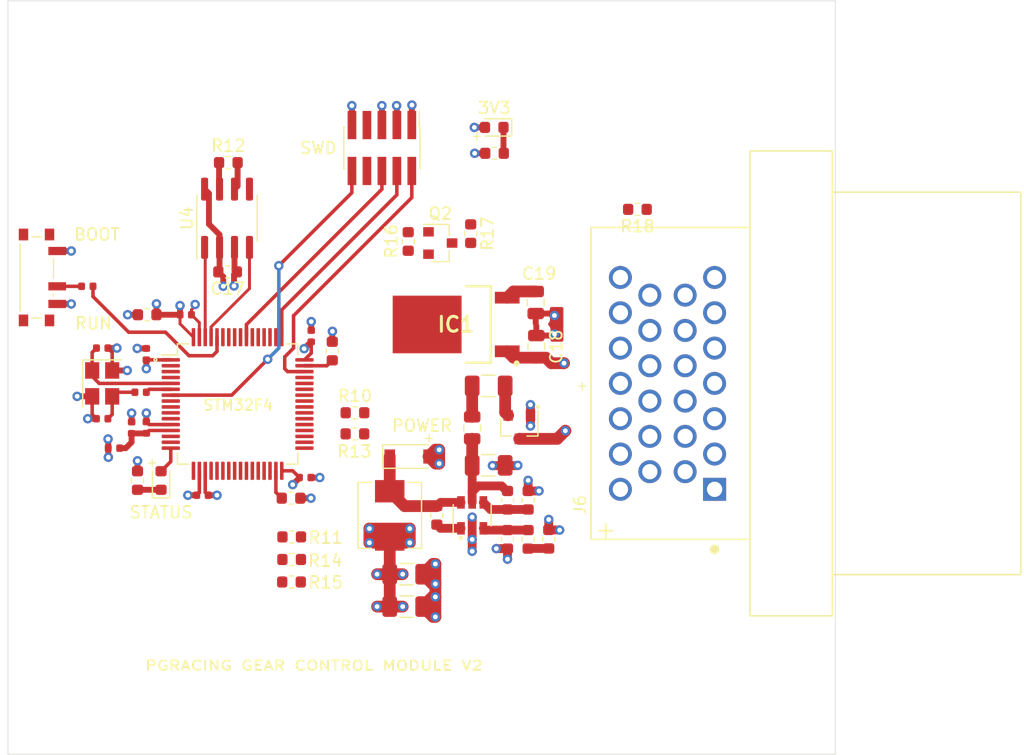
<source format=kicad_pcb>
(kicad_pcb (version 20171130) (host pcbnew "(5.1.2)-2")
  (layers (0 F.Cu signal) (1 In1.Cu power) (2 In2.Cu power) (31 B.Cu signal) (34 B.Paste user) (35 F.Paste user) (36 B.SilkS user) (37 F.SilkS user) (38 B.Mask user) (39 F.Mask user) (44 Edge.Cuts user))
  (net 0 "")
  (net 1 BUCK_IN)
  (net 2 GND)
  (net 3 +3V3)
  (net 4 BUCK_SW)
  (net 5 BUCK_BST)
  (net 6 +3.3VA)
  (net 7 "Net-(C13-Pad1)")
  (net 8 "Net-(C14-Pad1)")
  (net 9 HSE_IN)
  (net 10 "Net-(C16-Pad1)")
  (net 11 +5V)
  (net 12 "Net-(D3-Pad1)")
  (net 13 "Net-(D4-Pad1)")
  (net 14 LED_STATUS)
  (net 15 "Net-(F1-Pad1)")
  (net 16 +12V)
  (net 17 SWDIO)
  (net 18 SWCLK)
  (net 19 SWO)
  (net 20 NRST)
  (net 21 BUCK_EN)
  (net 22 BUCK_FB)
  (net 23 "Net-(R4-Pad2)")
  (net 24 BOOT0)
  (net 25 "Net-(R7-Pad1)")
  (net 26 HSE_OUT)
  (net 27 CAN_L)
  (net 28 CAN_H)
  (net 29 CAN_RX)
  (net 30 CAN_TX)
  (net 31 "Net-(F1-Pad2)")
  (net 32 GEAR_POS_SIG)
  (net 33 PWM_SERVO1)
  (net 34 PWM_SERVO2)
  (net 35 GEAR_UP)
  (net 36 GEAR_DOWN)
  (net 37 GEAR_CUT_OUT)
  (net 38 GEAR_CUT)
  (net 39 "Net-(R10-Pad1)")
  (net 40 "Net-(R11-Pad1)")
  (net 41 "Net-(R13-Pad1)")
  (net 42 "Net-(R14-Pad1)")
  (net 43 "Net-(R15-Pad1)")
  (net 44 GEAR_NC)
  (module MountingHole:MountingHole_4.3mm_M4 (layer F.Cu) (at 96.25 33)
    (fp_text reference H1)
    (fp_text value MountingHole_Pad)
    (pad 1 np_thru_hole circle (at 0 0) (size 4.3 4.3) (drill 4.3) (layers *.Cu *.Mask) (net 2 GND))
  )
  (module MountingHole:MountingHole_4.3mm_M4 (layer F.Cu) (at 35 33)
    (fp_text reference H4)
    (fp_text value MountingHole_Pad)
    (pad 1 np_thru_hole circle (at 0 0) (size 4.3 4.3) (drill 4.3) (layers *.Cu *.Mask) (net 2 GND))
  )
  (module MountingHole:MountingHole_4.3mm_M4 (layer F.Cu) (at 35 88)
    (fp_text reference H3)
    (fp_text value MountingHole_Pad)
    (pad 1 np_thru_hole circle (at 0 0) (size 4.3 4.3) (drill 4.3) (layers *.Cu *.Mask) (net 2 GND))
  )
  (module MountingHole:MountingHole_4.3mm_M4 (layer F.Cu) (at 96.25 88)
    (fp_text reference H2)
    (fp_text value MountingHole_Pad)
    (pad 1 np_thru_hole circle (at 0 0) (size 4.3 4.3) (drill 4.3) (layers *.Cu *.Mask) (net 2 GND))
  )
  (module 9-6437287-8:TE_9-6437287-8 (layer F.Cu) (at 97 61 90)
    (fp_text reference J6 (at -10.343575 -17.917145 90) (layer F.SilkS) (effects (font (size 1.001803 1.001803))))
    (fp_text value 9-6437287-8)
    (pad None np_thru_hole circle (at -16.25 0 90) (size 3.3 3.3) (drill 3.3) (layers *.Cu *.Mask))
    (pad 1 thru_hole rect (at -9 -6.5 90) (size 1.95 1.95) (drill 1.3) (layers *.Cu *.Mask) (net 32 GEAR_POS_SIG))
    (pad 2 thru_hole circle (at -6 -6.5 90) (size 1.95 1.95) (drill 1.3) (layers *.Cu *.Mask) (net 33 PWM_SERVO1))
    (pad 3 thru_hole circle (at -3 -6.5 90) (size 1.95 1.95) (drill 1.3) (layers *.Cu *.Mask))
    (pad 4 thru_hole circle (at 0 -6.5 90) (size 1.95 1.95) (drill 1.3) (layers *.Cu *.Mask) (net 34 PWM_SERVO2))
    (pad 5 thru_hole circle (at 3 -6.5 90) (size 1.95 1.95) (drill 1.3) (layers *.Cu *.Mask))
    (pad 6 thru_hole circle (at 6 -6.5 90) (size 1.95 1.95) (drill 1.3) (layers *.Cu *.Mask))
    (pad 7 thru_hole circle (at 9 -6.5 90) (size 1.95 1.95) (drill 1.3) (layers *.Cu *.Mask) (net 35 GEAR_UP))
    (pad 8 thru_hole circle (at -7.5 -9 90) (size 1.95 1.95) (drill 1.3) (layers *.Cu *.Mask))
    (pad 9 thru_hole circle (at -4.5 -9 90) (size 1.95 1.95) (drill 1.3) (layers *.Cu *.Mask) (net 36 GEAR_DOWN))
    (pad 10 thru_hole circle (at -1.5 -9 90) (size 1.95 1.95) (drill 1.3) (layers *.Cu *.Mask))
    (pad 11 thru_hole circle (at 1.5 -9 90) (size 1.95 1.95) (drill 1.3) (layers *.Cu *.Mask) (net 37 GEAR_CUT_OUT))
    (pad 12 thru_hole circle (at 4.5 -9 90) (size 1.95 1.95) (drill 1.3) (layers *.Cu *.Mask))
    (pad 13 thru_hole circle (at 7.5 -9 90) (size 1.95 1.95) (drill 1.3) (layers *.Cu *.Mask) (net 44 GEAR_NC))
    (pad 14 thru_hole circle (at -7.5 -12 90) (size 1.95 1.95) (drill 1.3) (layers *.Cu *.Mask))
    (pad 15 thru_hole circle (at -4.5 -12 90) (size 1.95 1.95) (drill 1.3) (layers *.Cu *.Mask))
    (pad 16 thru_hole circle (at -1.5 -12 90) (size 1.95 1.95) (drill 1.3) (layers *.Cu *.Mask))
    (pad 17 thru_hole circle (at 1.5 -12 90) (size 1.95 1.95) (drill 1.3) (layers *.Cu *.Mask))
    (pad 18 thru_hole circle (at 4.5 -12 90) (size 1.95 1.95) (drill 1.3) (layers *.Cu *.Mask))
    (pad 19 thru_hole circle (at 7.5 -12 90) (size 1.95 1.95) (drill 1.3) (layers *.Cu *.Mask))
    (pad 20 thru_hole circle (at -9 -14.5 90) (size 1.95 1.95) (drill 1.3) (layers *.Cu *.Mask) (net 2 GND))
    (pad 21 thru_hole circle (at -6 -14.5 90) (size 1.95 1.95) (drill 1.3) (layers *.Cu *.Mask) (net 2 GND))
    (pad 22 thru_hole circle (at -3 -14.5 90) (size 1.95 1.95) (drill 1.3) (layers *.Cu *.Mask) (net 16 +12V))
    (pad 23 thru_hole circle (at 0 -14.5 90) (size 1.95 1.95) (drill 1.3) (layers *.Cu *.Mask))
    (pad 24 thru_hole circle (at 3 -14.5 90) (size 1.95 1.95) (drill 1.3) (layers *.Cu *.Mask))
    (pad 25 thru_hole circle (at 6 -14.5 90) (size 1.95 1.95) (drill 1.3) (layers *.Cu *.Mask) (net 28 CAN_H))
    (pad 26 thru_hole circle (at 9 -14.5 90) (size 1.95 1.95) (drill 1.3) (layers *.Cu *.Mask) (net 27 CAN_L))
    (pad None np_thru_hole circle (at 16.25 0 90) (size 3.3 3.3) (drill 3.3) (layers *.Cu *.Mask))
  )
  (module Resistor_SMD:R_0603_1608Metric (layer F.Cu) (at 83.947 46.21276 180)
    (fp_text reference R18 (at 0 -1.43) (layer F.SilkS))
    (fp_text value 10k)
    (pad 2 smd roundrect (at 0.7875 0 180) (size 0.875 0.95) (layers F.Cu F.Paste F.Mask) (net 2 GND))
    (pad 1 smd roundrect (at -0.7875 0 180) (size 0.875 0.95) (layers F.Cu F.Paste F.Mask) (net 44 GEAR_NC))
  )
  (module Resistor_SMD:R_0603_1608Metric (layer F.Cu) (at 69.78904 48.27524 270)
    (fp_text reference R17 (at 0 -1.43 90) (layer F.SilkS))
    (fp_text value 10k)
    (pad 2 smd roundrect (at 0.7875 0 270) (size 0.875 0.95) (layers F.Cu F.Paste F.Mask) (net 37 GEAR_CUT_OUT))
    (pad 1 smd roundrect (at -0.7875 0 270) (size 0.875 0.95) (layers F.Cu F.Paste F.Mask) (net 11 +5V))
  )
  (module Resistor_SMD:R_0603_1608Metric (layer F.Cu) (at 64.48552 48.94072 270)
    (fp_text reference R16 (at -0.02032 1.43764 90) (layer F.SilkS))
    (fp_text value 10k)
    (pad 2 smd roundrect (at 0.7875 0 270) (size 0.875 0.95) (layers F.Cu F.Paste F.Mask) (net 38 GEAR_CUT))
    (pad 1 smd roundrect (at -0.7875 0 270) (size 0.875 0.95) (layers F.Cu F.Paste F.Mask) (net 3 +3V3))
  )
  (module Resistor_SMD:R_0603_1608Metric (layer F.Cu) (at 54.57444 77.87132)
    (fp_text reference R15 (at 2.90576 0.03556) (layer F.SilkS))
    (fp_text value 330)
    (pad 2 smd roundrect (at 0.7875 0) (size 0.875 0.95) (layers F.Cu F.Paste F.Mask) (net 35 GEAR_UP))
    (pad 1 smd roundrect (at -0.7875 0) (size 0.875 0.95) (layers F.Cu F.Paste F.Mask) (net 43 "Net-(R15-Pad1)"))
  )
  (module Resistor_SMD:R_0603_1608Metric (layer F.Cu) (at 54.58968 75.96124)
    (fp_text reference R14 (at 2.86512 0.1016) (layer F.SilkS))
    (fp_text value 330)
    (pad 2 smd roundrect (at 0.7875 0) (size 0.875 0.95) (layers F.Cu F.Paste F.Mask) (net 36 GEAR_DOWN))
    (pad 1 smd roundrect (at -0.7875 0) (size 0.875 0.95) (layers F.Cu F.Paste F.Mask) (net 42 "Net-(R14-Pad1)"))
  )
  (module Resistor_SMD:R_0603_1608Metric (layer F.Cu) (at 59.95924 65.28816)
    (fp_text reference R13 (at -0.04064 1.49352) (layer F.SilkS))
    (fp_text value 22)
    (pad 2 smd roundrect (at 0.7875 0) (size 0.875 0.95) (layers F.Cu F.Paste F.Mask) (net 33 PWM_SERVO1))
    (pad 1 smd roundrect (at -0.7875 0) (size 0.875 0.95) (layers F.Cu F.Paste F.Mask) (net 41 "Net-(R13-Pad1)"))
  )
  (module Resistor_SMD:R_0603_1608Metric (layer F.Cu) (at 54.59476 74.041)
    (fp_text reference R11 (at 2.88544 0.06604) (layer F.SilkS))
    (fp_text value 0)
    (pad 2 smd roundrect (at 0.7875 0) (size 0.875 0.95) (layers F.Cu F.Paste F.Mask) (net 32 GEAR_POS_SIG))
    (pad 1 smd roundrect (at -0.7875 0) (size 0.875 0.95) (layers F.Cu F.Paste F.Mask) (net 40 "Net-(R11-Pad1)"))
  )
  (module Resistor_SMD:R_0603_1608Metric (layer F.Cu) (at 59.96432 63.49492)
    (fp_text reference R10 (at 0 -1.43) (layer F.SilkS))
    (fp_text value 22)
    (pad 2 smd roundrect (at 0.7875 0) (size 0.875 0.95) (layers F.Cu F.Paste F.Mask) (net 34 PWM_SERVO2))
    (pad 1 smd roundrect (at -0.7875 0) (size 0.875 0.95) (layers F.Cu F.Paste F.Mask) (net 39 "Net-(R10-Pad1)"))
  )
  (module Package_TO_SOT_SMD:SOT-23 (layer F.Cu) (at 67.2084 49.0728)
    (fp_text reference Q2 (at 0 -2.5) (layer F.SilkS))
    (fp_text value 2N7002)
    (pad 3 smd rect (at 1 0) (size 0.9 0.8) (layers F.Cu F.Paste F.Mask) (net 37 GEAR_CUT_OUT))
    (pad 2 smd rect (at -1 0.95) (size 0.9 0.8) (layers F.Cu F.Paste F.Mask) (net 38 GEAR_CUT))
    (pad 1 smd rect (at -1 -0.95) (size 0.9 0.8) (layers F.Cu F.Paste F.Mask) (net 3 +3V3))
  )
  (module KF50BDT-TR:DPAK (layer F.Cu) (at 68.5419 55.9943 180)
    (fp_text reference IC1 (at 0 0) (layer F.SilkS) (effects (font (size 1.27 1.27) (thickness 0.254))))
    (fp_text value KF50BDT-TR hide)
    (pad 1 smd rect (at -4.35 -2.28 270) (size 1 2.1) (layers F.Cu F.Paste F.Mask) (net 16 +12V))
    (pad 3 smd rect (at -4.35 2.28 270) (size 1 2.1) (layers F.Cu F.Paste F.Mask) (net 11 +5V))
    (pad 4 smd rect (at 2.45 0 270) (size 4.9 5.85) (layers F.Cu F.Paste F.Mask) (net 2 GND))
  )
  (module Capacitor_SMD:C_0805_2012Metric (layer F.Cu) (at 75.311 54.1274 270)
    (fp_text reference C19 (at -2.4511 -0.2921 180) (layer F.SilkS))
    (fp_text value 10uF)
    (pad 2 smd roundrect (at 0.9375 0 270) (size 0.975 1.4) (layers F.Cu F.Paste F.Mask) (net 2 GND))
    (pad 1 smd roundrect (at -0.9375 0 270) (size 0.975 1.4) (layers F.Cu F.Paste F.Mask) (net 11 +5V))
  )
  (module Capacitor_SMD:C_0805_2012Metric (layer F.Cu) (at 75.3618 57.8739 90)
    (fp_text reference C18 (at -0.0127 1.6891 90) (layer F.SilkS))
    (fp_text value 1uF)
    (pad 2 smd roundrect (at 0.9375 0 90) (size 0.975 1.4) (layers F.Cu F.Paste F.Mask) (net 2 GND))
    (pad 1 smd roundrect (at -0.9375 0 90) (size 0.975 1.4) (layers F.Cu F.Paste F.Mask) (net 16 +12V))
  )
  (module Package_SO:SOIC-8_3.9x4.9mm_P1.27mm (layer F.Cu) (at 49.1013 46.9671 90)
    (fp_text reference U4 (at 0 -3.4 90) (layer F.SilkS))
    (fp_text value MCP2561-E-SN)
    (pad 8 smd roundrect (at 2.475 -1.905 90) (size 1.95 0.6) (layers F.Cu F.Paste F.Mask) (net 2 GND))
    (pad 7 smd roundrect (at 2.475 -0.635 90) (size 1.95 0.6) (layers F.Cu F.Paste F.Mask) (net 28 CAN_H))
    (pad 6 smd roundrect (at 2.475 0.635 90) (size 1.95 0.6) (layers F.Cu F.Paste F.Mask) (net 27 CAN_L))
    (pad 5 smd roundrect (at 2.475 1.905 90) (size 1.95 0.6) (layers F.Cu F.Paste F.Mask))
    (pad 4 smd roundrect (at -2.475 1.905 90) (size 1.95 0.6) (layers F.Cu F.Paste F.Mask) (net 29 CAN_RX))
    (pad 3 smd roundrect (at -2.475 0.635 90) (size 1.95 0.6) (layers F.Cu F.Paste F.Mask) (net 11 +5V))
    (pad 2 smd roundrect (at -2.475 -0.635 90) (size 1.95 0.6) (layers F.Cu F.Paste F.Mask) (net 2 GND))
    (pad 1 smd roundrect (at -2.475 -1.905 90) (size 1.95 0.6) (layers F.Cu F.Paste F.Mask) (net 30 CAN_TX))
  )
  (module Resistor_SMD:R_0603_1608Metric (layer F.Cu) (at 49.2125 42.2402)
    (fp_text reference R12 (at 0 -1.43) (layer F.SilkS))
    (fp_text value 120)
    (pad 2 smd roundrect (at 0.7875 0) (size 0.875 0.95) (layers F.Cu F.Paste F.Mask) (net 27 CAN_L))
    (pad 1 smd roundrect (at -0.7875 0) (size 0.875 0.95) (layers F.Cu F.Paste F.Mask) (net 28 CAN_H))
  )
  (module Capacitor_SMD:C_0603_1608Metric (layer F.Cu) (at 49.149 51.5239 180)
    (fp_text reference C17 (at 0 -1.43) (layer F.SilkS))
    (fp_text value 0.1uF)
    (pad 2 smd roundrect (at 0.7875 0 180) (size 0.875 0.95) (layers F.Cu F.Paste F.Mask) (net 2 GND))
    (pad 1 smd roundrect (at -0.7875 0 180) (size 0.875 0.95) (layers F.Cu F.Paste F.Mask) (net 11 +5V))
  )
  (module Button_Switch_SMD:SW_SPDT_PCM12 (layer F.Cu) (at 33.25 52 270)
    (fp_text reference SW1)
    (fp_text value SW_SPDT)
    (pad "" np_thru_hole circle (at -1.5 0.33 270) (size 0.9 0.9) (drill 0.9) (layers *.Cu *.Mask))
    (pad "" np_thru_hole circle (at 1.5 0.33 270) (size 0.9 0.9) (drill 0.9) (layers *.Cu *.Mask))
    (pad 1 smd rect (at -2.25 -1.43 270) (size 0.7 1.5) (layers F.Cu F.Paste F.Mask) (net 3 +3V3))
    (pad 2 smd rect (at 0.75 -1.43 270) (size 0.7 1.5) (layers F.Cu F.Paste F.Mask) (net 25 "Net-(R7-Pad1)"))
    (pad 3 smd rect (at 2.25 -1.43 270) (size 0.7 1.5) (layers F.Cu F.Paste F.Mask) (net 2 GND))
    (pad "" smd rect (at -3.65 1.43 270) (size 1 0.8) (layers F.Cu F.Paste F.Mask))
    (pad "" smd rect (at 3.65 1.43 270) (size 1 0.8) (layers F.Cu F.Paste F.Mask))
    (pad "" smd rect (at 3.65 -0.78 270) (size 1 0.8) (layers F.Cu F.Paste F.Mask))
    (pad "" smd rect (at -3.65 -0.78 270) (size 1 0.8) (layers F.Cu F.Paste F.Mask))
  )
  (module Connector_PinHeader_1.27mm:PinHeader_2x05_P1.27mm_Vertical_SMD (layer F.Cu) (at 62.25 41 270)
    (fp_text reference J2)
    (fp_text value SWD)
    (pad 10 smd rect (at 1.95 2.54 270) (size 2.4 0.74) (layers F.Cu F.Paste F.Mask) (net 20 NRST))
    (pad 9 smd rect (at -1.95 2.54 270) (size 2.4 0.74) (layers F.Cu F.Paste F.Mask) (net 2 GND))
    (pad 8 smd rect (at 1.95 1.27 270) (size 2.4 0.74) (layers F.Cu F.Paste F.Mask))
    (pad 7 smd rect (at -1.95 1.27 270) (size 2.4 0.74) (layers F.Cu F.Paste F.Mask))
    (pad 6 smd rect (at 1.95 0 270) (size 2.4 0.74) (layers F.Cu F.Paste F.Mask) (net 19 SWO))
    (pad 5 smd rect (at -1.95 0 270) (size 2.4 0.74) (layers F.Cu F.Paste F.Mask) (net 2 GND))
    (pad 4 smd rect (at 1.95 -1.27 270) (size 2.4 0.74) (layers F.Cu F.Paste F.Mask) (net 18 SWCLK))
    (pad 3 smd rect (at -1.95 -1.27 270) (size 2.4 0.74) (layers F.Cu F.Paste F.Mask) (net 2 GND))
    (pad 2 smd rect (at 1.95 -2.54 270) (size 2.4 0.74) (layers F.Cu F.Paste F.Mask) (net 17 SWDIO))
    (pad 1 smd rect (at -1.95 -2.54 270) (size 2.4 0.74) (layers F.Cu F.Paste F.Mask) (net 3 +3V3))
  )
  (module Capacitor_SMD:C_1206_3216Metric (layer F.Cu) (at 71.3158 67.9619)
    (fp_text reference C1)
    (fp_text value 10u)
    (pad 1 smd roundrect (at -1.4 0) (size 1.25 1.75) (layers F.Cu F.Paste F.Mask) (roundrect_rratio 0.2) (net 1 BUCK_IN))
    (pad 2 smd roundrect (at 1.4 0) (size 1.25 1.75) (layers F.Cu F.Paste F.Mask) (roundrect_rratio 0.2) (net 2 GND))
  )
  (module Capacitor_SMD:C_1206_3216Metric (layer F.Cu) (at 64.3158 77.2119)
    (fp_text reference C2)
    (fp_text value 10u)
    (pad 1 smd roundrect (at -1.4 0) (size 1.25 1.75) (layers F.Cu F.Paste F.Mask) (roundrect_rratio 0.2) (net 3 +3V3))
    (pad 2 smd roundrect (at 1.4 0) (size 1.25 1.75) (layers F.Cu F.Paste F.Mask) (roundrect_rratio 0.2) (net 2 GND))
  )
  (module Capacitor_SMD:C_1206_3216Metric (layer F.Cu) (at 64.3158 79.9619)
    (fp_text reference C3)
    (fp_text value 10u)
    (pad 2 smd roundrect (at 1.4 0) (size 1.25 1.75) (layers F.Cu F.Paste F.Mask) (roundrect_rratio 0.2) (net 2 GND))
    (pad 1 smd roundrect (at -1.4 0) (size 1.25 1.75) (layers F.Cu F.Paste F.Mask) (roundrect_rratio 0.2) (net 3 +3V3))
  )
  (module Capacitor_SMD:C_0603_1608Metric (layer F.Cu) (at 66.9158 72.2119 270)
    (fp_text reference C4)
    (fp_text value 10n)
    (pad 1 smd roundrect (at -0.7875 0 270) (size 0.875 0.95) (layers F.Cu F.Paste F.Mask) (net 4 BUCK_SW))
    (pad 2 smd roundrect (at 0.7875 0 270) (size 0.875 0.95) (layers F.Cu F.Paste F.Mask) (net 5 BUCK_BST))
  )
  (module Capacitor_SMD:C_0603_1608Metric (layer F.Cu) (at 42.3235 55.1651 180)
    (fp_text reference C5)
    (fp_text value 4u7)
    (pad 2 smd roundrect (at 0.7875 0 180) (size 0.875 0.95) (layers F.Cu F.Paste F.Mask) (net 2 GND))
    (pad 1 smd roundrect (at -0.7875 0 180) (size 0.875 0.95) (layers F.Cu F.Paste F.Mask) (net 3 +3V3))
  )
  (module Capacitor_SMD:C_0402_1005Metric (layer F.Cu) (at 42.25 58.515 90)
    (fp_text reference C6)
    (fp_text value 100n)
    (pad 2 smd roundrect (at 0.485 0 90) (size 0.59 0.64) (layers F.Cu F.Paste F.Mask) (net 2 GND))
    (pad 1 smd roundrect (at -0.485 0 90) (size 0.59 0.64) (layers F.Cu F.Paste F.Mask) (net 3 +3V3))
  )
  (module Capacitor_SMD:C_0402_1005Metric (layer F.Cu) (at 47.015 70.5 180)
    (fp_text reference C7)
    (fp_text value 100n)
    (pad 1 smd roundrect (at -0.485 0 180) (size 0.59 0.64) (layers F.Cu F.Paste F.Mask) (net 3 +3V3))
    (pad 2 smd roundrect (at 0.485 0 180) (size 0.59 0.64) (layers F.Cu F.Paste F.Mask) (net 2 GND))
  )
  (module Capacitor_SMD:C_0402_1005Metric (layer F.Cu) (at 55.735 69)
    (fp_text reference C8)
    (fp_text value 100n)
    (pad 2 smd roundrect (at 0.485 0) (size 0.59 0.64) (layers F.Cu F.Paste F.Mask) (net 2 GND))
    (pad 1 smd roundrect (at -0.485 0) (size 0.59 0.64) (layers F.Cu F.Paste F.Mask) (net 3 +3V3))
  )
  (module Capacitor_SMD:C_0402_1005Metric (layer F.Cu) (at 56.25 56.985 90)
    (fp_text reference C9)
    (fp_text value 100n)
    (pad 1 smd roundrect (at -0.485 0 90) (size 0.59 0.64) (layers F.Cu F.Paste F.Mask) (net 3 +3V3))
    (pad 2 smd roundrect (at 0.485 0 90) (size 0.59 0.64) (layers F.Cu F.Paste F.Mask) (net 2 GND))
  )
  (module Capacitor_SMD:C_0402_1005Metric (layer F.Cu) (at 45.596 55.1651)
    (fp_text reference C10)
    (fp_text value 100n)
    (pad 2 smd roundrect (at 0.485 0) (size 0.59 0.64) (layers F.Cu F.Paste F.Mask) (net 2 GND))
    (pad 1 smd roundrect (at -0.485 0) (size 0.59 0.64) (layers F.Cu F.Paste F.Mask) (net 3 +3V3))
  )
  (module Capacitor_SMD:C_0402_1005Metric (layer F.Cu) (at 41 64.765 90)
    (fp_text reference C11)
    (fp_text value 1u)
    (pad 1 smd roundrect (at -0.485 0 90) (size 0.59 0.64) (layers F.Cu F.Paste F.Mask) (net 6 +3.3VA))
    (pad 2 smd roundrect (at 0.485 0 90) (size 0.59 0.64) (layers F.Cu F.Paste F.Mask) (net 2 GND))
  )
  (module Capacitor_SMD:C_0402_1005Metric (layer F.Cu) (at 42.25 64.75 90)
    (fp_text reference C12)
    (fp_text value 10n)
    (pad 1 smd roundrect (at -0.485 0 90) (size 0.59 0.64) (layers F.Cu F.Paste F.Mask) (net 6 +3.3VA))
    (pad 2 smd roundrect (at 0.485 0 90) (size 0.59 0.64) (layers F.Cu F.Paste F.Mask) (net 2 GND))
  )
  (module Capacitor_SMD:C_0603_1608Metric (layer F.Cu) (at 54.5375 70.75)
    (fp_text reference C13)
    (fp_text value 2u2)
    (pad 1 smd roundrect (at -0.7875 0) (size 0.875 0.95) (layers F.Cu F.Paste F.Mask) (net 7 "Net-(C13-Pad1)"))
    (pad 2 smd roundrect (at 0.7875 0) (size 0.875 0.95) (layers F.Cu F.Paste F.Mask) (net 2 GND))
  )
  (module Capacitor_SMD:C_0603_1608Metric (layer F.Cu) (at 58.0375 58.25 90)
    (fp_text reference C14)
    (fp_text value 2u2)
    (pad 2 smd roundrect (at 0.7875 0 90) (size 0.875 0.95) (layers F.Cu F.Paste F.Mask) (net 2 GND))
    (pad 1 smd roundrect (at -0.7875 0 90) (size 0.875 0.95) (layers F.Cu F.Paste F.Mask) (net 8 "Net-(C14-Pad1)"))
  )
  (module Capacitor_SMD:C_0402_1005Metric (layer F.Cu) (at 38.5 58)
    (fp_text reference C15)
    (fp_text value 12p)
    (pad 2 smd roundrect (at 0.485 0) (size 0.59 0.64) (layers F.Cu F.Paste F.Mask) (net 2 GND))
    (pad 1 smd roundrect (at -0.485 0) (size 0.59 0.64) (layers F.Cu F.Paste F.Mask) (net 9 HSE_IN))
  )
  (module Capacitor_SMD:C_0402_1005Metric (layer F.Cu) (at 38.5 64 180)
    (fp_text reference C16)
    (fp_text value 12p)
    (pad 1 smd roundrect (at -0.485 0 180) (size 0.59 0.64) (layers F.Cu F.Paste F.Mask) (net 10 "Net-(C16-Pad1)"))
    (pad 2 smd roundrect (at 0.485 0 180) (size 0.59 0.64) (layers F.Cu F.Paste F.Mask) (net 2 GND))
  )
  (module Diode_SMD:D_SOD-123 (layer F.Cu) (at 64.5658 67.2119)
    (fp_text reference D2)
    (fp_text value B5819W)
    (pad 1 smd rect (at -1.65 0) (size 0.9 1.2) (layers F.Cu F.Paste F.Mask) (net 4 BUCK_SW))
    (pad 2 smd rect (at 1.65 0) (size 0.9 1.2) (layers F.Cu F.Paste F.Mask) (net 2 GND))
  )
  (module LED_SMD:LED_0603_1608Metric (layer F.Cu) (at 71.7875 39.25 180)
    (fp_text reference D3)
    (fp_text value RED)
    (pad 2 smd roundrect (at 0.7875 0 180) (size 0.875 0.95) (layers F.Cu F.Paste F.Mask) (net 3 +3V3))
    (pad 1 smd roundrect (at -0.7875 0 180) (size 0.875 0.95) (layers F.Cu F.Paste F.Mask) (net 12 "Net-(D3-Pad1)"))
  )
  (module LED_SMD:LED_0603_1608Metric (layer F.Cu) (at 43.5 69.25 90)
    (fp_text reference D4)
    (fp_text value BLUE)
    (pad 1 smd roundrect (at -0.7875 0 90) (size 0.875 0.95) (layers F.Cu F.Paste F.Mask) (net 13 "Net-(D4-Pad1)"))
    (pad 2 smd roundrect (at 0.7875 0 90) (size 0.875 0.95) (layers F.Cu F.Paste F.Mask) (net 14 LED_STATUS))
  )
  (module Fuse:Fuse_1206_3216Metric (layer F.Cu) (at 71.3158 61.2119)
    (fp_text reference F1)
    (fp_text value 250mA)
    (pad 1 smd roundrect (at -1.4 0) (size 1.25 1.75) (layers F.Cu F.Paste F.Mask) (roundrect_rratio 0.2) (net 15 "Net-(F1-Pad1)"))
    (pad 2 smd roundrect (at 1.4 0) (size 1.25 1.75) (layers F.Cu F.Paste F.Mask) (roundrect_rratio 0.2) (net 31 "Net-(F1-Pad2)"))
  )
  (module Inductor_SMD:L_0805_2012Metric (layer F.Cu) (at 69.9158 64.7744 90)
    (fp_text reference FB1)
    (fp_text value "600 @ 600MHz")
    (pad 1 smd roundrect (at -0.9375 0 90) (size 0.975 1.4) (layers F.Cu F.Paste F.Mask) (net 1 BUCK_IN))
    (pad 2 smd roundrect (at 0.9375 0 90) (size 0.975 1.4) (layers F.Cu F.Paste F.Mask) (net 15 "Net-(F1-Pad1)"))
  )
  (module Inductor_SMD:L_Sunlord_MWSA0518_5.4x5.2mm (layer F.Cu) (at 62.9158 72.2119 270)
    (fp_text reference L1)
    (fp_text value 10u)
    (pad 1 smd rect (at -2.05 0 270) (size 1.9 2.5) (layers F.Cu F.Paste F.Mask) (net 4 BUCK_SW))
    (pad 2 smd rect (at 2.05 0 270) (size 1.9 2.5) (layers F.Cu F.Paste F.Mask) (net 3 +3V3))
  )
  (module Inductor_SMD:L_0402_1005Metric (layer F.Cu) (at 39.5 66.5)
    (fp_text reference L2)
    (fp_text value 39n)
    (pad 1 smd roundrect (at -0.485 0) (size 0.59 0.64) (layers F.Cu F.Paste F.Mask) (net 3 +3V3))
    (pad 2 smd roundrect (at 0.485 0) (size 0.59 0.64) (layers F.Cu F.Paste F.Mask) (net 6 +3.3VA))
  )
  (module Package_TO_SOT_SMD:SOT-23 (layer F.Cu) (at 73.9158 64.7119 270)
    (fp_text reference Q1)
    (fp_text value AO3401A)
    (pad 1 smd rect (at -1 -0.95 270) (size 0.9 0.8) (layers F.Cu F.Paste F.Mask) (net 2 GND))
    (pad 2 smd rect (at -1 0.95 270) (size 0.9 0.8) (layers F.Cu F.Paste F.Mask) (net 31 "Net-(F1-Pad2)"))
    (pad 3 smd rect (at 1 0 270) (size 0.9 0.8) (layers F.Cu F.Paste F.Mask) (net 16 +12V))
  )
  (module Resistor_SMD:R_0603_1608Metric (layer F.Cu) (at 72.9158 70.9244 270)
    (fp_text reference R1)
    (fp_text value 100k)
    (pad 2 smd roundrect (at 0.7875 0 270) (size 0.875 0.95) (layers F.Cu F.Paste F.Mask) (net 21 BUCK_EN))
    (pad 1 smd roundrect (at -0.7875 0 270) (size 0.875 0.95) (layers F.Cu F.Paste F.Mask) (net 1 BUCK_IN))
  )
  (module Resistor_SMD:R_0603_1608Metric (layer F.Cu) (at 74.6658 70.9244 90)
    (fp_text reference R2)
    (fp_text value 68k)
    (pad 1 smd roundrect (at -0.7875 0 90) (size 0.875 0.95) (layers F.Cu F.Paste F.Mask) (net 21 BUCK_EN))
    (pad 2 smd roundrect (at 0.7875 0 90) (size 0.875 0.95) (layers F.Cu F.Paste F.Mask) (net 2 GND))
  )
  (module Resistor_SMD:R_0603_1608Metric (layer F.Cu) (at 72.9158 74.2494 90)
    (fp_text reference R3)
    (fp_text value 47k)
    (pad 1 smd roundrect (at -0.7875 0 90) (size 0.875 0.95) (layers F.Cu F.Paste F.Mask) (net 3 +3V3))
    (pad 2 smd roundrect (at 0.7875 0 90) (size 0.875 0.95) (layers F.Cu F.Paste F.Mask) (net 22 BUCK_FB))
  )
  (module Resistor_SMD:R_0603_1608Metric (layer F.Cu) (at 74.6658 74.2494 270)
    (fp_text reference R4)
    (fp_text value 15k)
    (pad 1 smd roundrect (at -0.7875 0 270) (size 0.875 0.95) (layers F.Cu F.Paste F.Mask) (net 22 BUCK_FB))
    (pad 2 smd roundrect (at 0.7875 0 270) (size 0.875 0.95) (layers F.Cu F.Paste F.Mask) (net 23 "Net-(R4-Pad2)"))
  )
  (module Resistor_SMD:R_0603_1608Metric (layer F.Cu) (at 76.4158 74.2369 90)
    (fp_text reference R5)
    (fp_text value 270)
    (pad 2 smd roundrect (at 0.7875 0 90) (size 0.875 0.95) (layers F.Cu F.Paste F.Mask) (net 2 GND))
    (pad 1 smd roundrect (at -0.7875 0 90) (size 0.875 0.95) (layers F.Cu F.Paste F.Mask) (net 23 "Net-(R4-Pad2)"))
  )
  (module Resistor_SMD:R_0603_1608Metric (layer F.Cu) (at 71.8125 41.45)
    (fp_text reference R6)
    (fp_text value 1k)
    (pad 2 smd roundrect (at 0.7875 0) (size 0.875 0.95) (layers F.Cu F.Paste F.Mask) (net 12 "Net-(D3-Pad1)"))
    (pad 1 smd roundrect (at -0.7875 0) (size 0.875 0.95) (layers F.Cu F.Paste F.Mask) (net 2 GND))
  )
  (module Resistor_SMD:R_0402_1005Metric (layer F.Cu) (at 37.235 52.75)
    (fp_text reference R7)
    (fp_text value 10k)
    (pad 2 smd roundrect (at 0.485 0) (size 0.59 0.64) (layers F.Cu F.Paste F.Mask) (net 24 BOOT0))
    (pad 1 smd roundrect (at -0.485 0) (size 0.59 0.64) (layers F.Cu F.Paste F.Mask) (net 25 "Net-(R7-Pad1)"))
  )
  (module Resistor_SMD:R_0402_1005Metric (layer F.Cu) (at 41.765 61.75 180)
    (fp_text reference R8)
    (fp_text value 47)
    (pad 1 smd roundrect (at -0.485 0 180) (size 0.59 0.64) (layers F.Cu F.Paste F.Mask) (net 26 HSE_OUT))
    (pad 2 smd roundrect (at 0.485 0 180) (size 0.59 0.64) (layers F.Cu F.Paste F.Mask) (net 10 "Net-(C16-Pad1)"))
  )
  (module Resistor_SMD:R_0603_1608Metric (layer F.Cu) (at 41.5 69.25 270)
    (fp_text reference R9)
    (fp_text value 1k5)
    (pad 1 smd roundrect (at -0.7875 0 270) (size 0.875 0.95) (layers F.Cu F.Paste F.Mask) (net 2 GND))
    (pad 2 smd roundrect (at 0.7875 0 270) (size 0.875 0.95) (layers F.Cu F.Paste F.Mask) (net 13 "Net-(D4-Pad1)"))
  )
  (module Package_TO_SOT_SMD:SOT-23-6 (layer F.Cu) (at 69.9158 72.2119 90)
    (fp_text reference U1)
    (fp_text value MP2359DJ-LF-Z)
    (pad 1 smd rect (at -1.1 -0.95 90) (size 1.06 0.65) (layers F.Cu F.Paste F.Mask) (net 5 BUCK_BST))
    (pad 2 smd rect (at -1.1 0 90) (size 1.06 0.65) (layers F.Cu F.Paste F.Mask) (net 2 GND))
    (pad 3 smd rect (at -1.1 0.95 90) (size 1.06 0.65) (layers F.Cu F.Paste F.Mask) (net 22 BUCK_FB))
    (pad 4 smd rect (at 1.1 0.95 90) (size 1.06 0.65) (layers F.Cu F.Paste F.Mask) (net 21 BUCK_EN))
    (pad 6 smd rect (at 1.1 -0.95 90) (size 1.06 0.65) (layers F.Cu F.Paste F.Mask) (net 4 BUCK_SW))
    (pad 5 smd rect (at 1.1 0 90) (size 1.06 0.65) (layers F.Cu F.Paste F.Mask) (net 1 BUCK_IN))
  )
  (module Package_QFP:LQFP-64_10x10mm_P0.5mm (layer F.Cu) (at 50 62.75)
    (fp_text reference U2)
    (fp_text value STM32F405RGT6)
    (pad 1 smd roundrect (at -5.675 -3.75) (size 1.55 0.3) (layers F.Cu F.Paste F.Mask) (net 3 +3V3))
    (pad 2 smd roundrect (at -5.675 -3.25) (size 1.55 0.3) (layers F.Cu F.Paste F.Mask))
    (pad 3 smd roundrect (at -5.675 -2.75) (size 1.55 0.3) (layers F.Cu F.Paste F.Mask))
    (pad 4 smd roundrect (at -5.675 -2.25) (size 1.55 0.3) (layers F.Cu F.Paste F.Mask))
    (pad 5 smd roundrect (at -5.675 -1.75) (size 1.55 0.3) (layers F.Cu F.Paste F.Mask) (net 9 HSE_IN))
    (pad 6 smd roundrect (at -5.675 -1.25) (size 1.55 0.3) (layers F.Cu F.Paste F.Mask) (net 26 HSE_OUT))
    (pad 7 smd roundrect (at -5.675 -0.75) (size 1.55 0.3) (layers F.Cu F.Paste F.Mask) (net 20 NRST))
    (pad 8 smd roundrect (at -5.675 -0.25) (size 1.55 0.3) (layers F.Cu F.Paste F.Mask))
    (pad 9 smd roundrect (at -5.675 0.25) (size 1.55 0.3) (layers F.Cu F.Paste F.Mask))
    (pad 10 smd roundrect (at -5.675 0.75) (size 1.55 0.3) (layers F.Cu F.Paste F.Mask))
    (pad 11 smd roundrect (at -5.675 1.25) (size 1.55 0.3) (layers F.Cu F.Paste F.Mask))
    (pad 12 smd roundrect (at -5.675 1.75) (size 1.55 0.3) (layers F.Cu F.Paste F.Mask) (net 2 GND))
    (pad 13 smd roundrect (at -5.675 2.25) (size 1.55 0.3) (layers F.Cu F.Paste F.Mask) (net 6 +3.3VA))
    (pad 14 smd roundrect (at -5.675 2.75) (size 1.55 0.3) (layers F.Cu F.Paste F.Mask) (net 40 "Net-(R11-Pad1)"))
    (pad 15 smd roundrect (at -5.675 3.25) (size 1.55 0.3) (layers F.Cu F.Paste F.Mask))
    (pad 16 smd roundrect (at -5.675 3.75) (size 1.55 0.3) (layers F.Cu F.Paste F.Mask) (net 14 LED_STATUS))
    (pad 17 smd roundrect (at -3.75 5.675) (size 0.3 1.55) (layers F.Cu F.Paste F.Mask))
    (pad 18 smd roundrect (at -3.25 5.675) (size 0.3 1.55) (layers F.Cu F.Paste F.Mask) (net 2 GND))
    (pad 19 smd roundrect (at -2.75 5.675) (size 0.3 1.55) (layers F.Cu F.Paste F.Mask) (net 3 +3V3))
    (pad 20 smd roundrect (at -2.25 5.675) (size 0.3 1.55) (layers F.Cu F.Paste F.Mask))
    (pad 21 smd roundrect (at -1.75 5.675) (size 0.3 1.55) (layers F.Cu F.Paste F.Mask))
    (pad 22 smd roundrect (at -1.25 5.675) (size 0.3 1.55) (layers F.Cu F.Paste F.Mask) (net 41 "Net-(R13-Pad1)"))
    (pad 23 smd roundrect (at -0.75 5.675) (size 0.3 1.55) (layers F.Cu F.Paste F.Mask))
    (pad 24 smd roundrect (at -0.25 5.675) (size 0.3 1.55) (layers F.Cu F.Paste F.Mask))
    (pad 25 smd roundrect (at 0.25 5.675) (size 0.3 1.55) (layers F.Cu F.Paste F.Mask))
    (pad 26 smd roundrect (at 0.75 5.675) (size 0.3 1.55) (layers F.Cu F.Paste F.Mask) (net 43 "Net-(R15-Pad1)"))
    (pad 27 smd roundrect (at 1.25 5.675) (size 0.3 1.55) (layers F.Cu F.Paste F.Mask) (net 42 "Net-(R14-Pad1)"))
    (pad 28 smd roundrect (at 1.75 5.675) (size 0.3 1.55) (layers F.Cu F.Paste F.Mask))
    (pad 29 smd roundrect (at 2.25 5.675) (size 0.3 1.55) (layers F.Cu F.Paste F.Mask))
    (pad 30 smd roundrect (at 2.75 5.675) (size 0.3 1.55) (layers F.Cu F.Paste F.Mask))
    (pad 31 smd roundrect (at 3.25 5.675) (size 0.3 1.55) (layers F.Cu F.Paste F.Mask) (net 7 "Net-(C13-Pad1)"))
    (pad 32 smd roundrect (at 3.75 5.675) (size 0.3 1.55) (layers F.Cu F.Paste F.Mask) (net 3 +3V3))
    (pad 33 smd roundrect (at 5.675 3.75) (size 1.55 0.3) (layers F.Cu F.Paste F.Mask))
    (pad 34 smd roundrect (at 5.675 3.25) (size 1.55 0.3) (layers F.Cu F.Paste F.Mask))
    (pad 35 smd roundrect (at 5.675 2.75) (size 1.55 0.3) (layers F.Cu F.Paste F.Mask))
    (pad 36 smd roundrect (at 5.675 2.25) (size 1.55 0.3) (layers F.Cu F.Paste F.Mask))
    (pad 37 smd roundrect (at 5.675 1.75) (size 1.55 0.3) (layers F.Cu F.Paste F.Mask))
    (pad 38 smd roundrect (at 5.675 1.25) (size 1.55 0.3) (layers F.Cu F.Paste F.Mask))
    (pad 39 smd roundrect (at 5.675 0.75) (size 1.55 0.3) (layers F.Cu F.Paste F.Mask) (net 39 "Net-(R10-Pad1)"))
    (pad 40 smd roundrect (at 5.675 0.25) (size 1.55 0.3) (layers F.Cu F.Paste F.Mask))
    (pad 41 smd roundrect (at 5.675 -0.25) (size 1.55 0.3) (layers F.Cu F.Paste F.Mask))
    (pad 42 smd roundrect (at 5.675 -0.75) (size 1.55 0.3) (layers F.Cu F.Paste F.Mask))
    (pad 43 smd roundrect (at 5.675 -1.25) (size 1.55 0.3) (layers F.Cu F.Paste F.Mask))
    (pad 44 smd roundrect (at 5.675 -1.75) (size 1.55 0.3) (layers F.Cu F.Paste F.Mask))
    (pad 45 smd roundrect (at 5.675 -2.25) (size 1.55 0.3) (layers F.Cu F.Paste F.Mask))
    (pad 46 smd roundrect (at 5.675 -2.75) (size 1.55 0.3) (layers F.Cu F.Paste F.Mask) (net 17 SWDIO))
    (pad 47 smd roundrect (at 5.675 -3.25) (size 1.55 0.3) (layers F.Cu F.Paste F.Mask) (net 8 "Net-(C14-Pad1)"))
    (pad 48 smd roundrect (at 5.675 -3.75) (size 1.55 0.3) (layers F.Cu F.Paste F.Mask) (net 3 +3V3))
    (pad 49 smd roundrect (at 3.75 -5.675) (size 0.3 1.55) (layers F.Cu F.Paste F.Mask) (net 18 SWCLK))
    (pad 50 smd roundrect (at 3.25 -5.675) (size 0.3 1.55) (layers F.Cu F.Paste F.Mask))
    (pad 51 smd roundrect (at 2.75 -5.675) (size 0.3 1.55) (layers F.Cu F.Paste F.Mask))
    (pad 52 smd roundrect (at 2.25 -5.675) (size 0.3 1.55) (layers F.Cu F.Paste F.Mask))
    (pad 53 smd roundrect (at 1.75 -5.675) (size 0.3 1.55) (layers F.Cu F.Paste F.Mask))
    (pad 54 smd roundrect (at 1.25 -5.675) (size 0.3 1.55) (layers F.Cu F.Paste F.Mask))
    (pad 55 smd roundrect (at 0.75 -5.675) (size 0.3 1.55) (layers F.Cu F.Paste F.Mask) (net 19 SWO))
    (pad 56 smd roundrect (at 0.25 -5.675) (size 0.3 1.55) (layers F.Cu F.Paste F.Mask))
    (pad 57 smd roundrect (at -0.25 -5.675) (size 0.3 1.55) (layers F.Cu F.Paste F.Mask))
    (pad 58 smd roundrect (at -0.75 -5.675) (size 0.3 1.55) (layers F.Cu F.Paste F.Mask) (net 38 GEAR_CUT))
    (pad 59 smd roundrect (at -1.25 -5.675) (size 0.3 1.55) (layers F.Cu F.Paste F.Mask))
    (pad 60 smd roundrect (at -1.75 -5.675) (size 0.3 1.55) (layers F.Cu F.Paste F.Mask) (net 24 BOOT0))
    (pad 61 smd roundrect (at -2.25 -5.675) (size 0.3 1.55) (layers F.Cu F.Paste F.Mask) (net 29 CAN_RX))
    (pad 62 smd roundrect (at -2.75 -5.675) (size 0.3 1.55) (layers F.Cu F.Paste F.Mask) (net 30 CAN_TX))
    (pad 63 smd roundrect (at -3.25 -5.675) (size 0.3 1.55) (layers F.Cu F.Paste F.Mask) (net 2 GND))
    (pad 64 smd roundrect (at -3.75 -5.675) (size 0.3 1.55) (layers F.Cu F.Paste F.Mask) (net 3 +3V3))
  )
  (module Crystal:Crystal_SMD_3225-4Pin_3.2x2.5mm (layer F.Cu) (at 38.5 61 270)
    (fp_text reference Y1)
    (fp_text value 16MHz)
    (pad 1 smd rect (at -1.1 0.85 270) (size 1.4 1.2) (layers F.Cu F.Paste F.Mask) (net 9 HSE_IN))
    (pad 2 smd rect (at 1.1 0.85 270) (size 1.4 1.2) (layers F.Cu F.Paste F.Mask) (net 2 GND))
    (pad 3 smd rect (at 1.1 -0.85 270) (size 1.4 1.2) (layers F.Cu F.Paste F.Mask) (net 10 "Net-(C16-Pad1)"))
    (pad 4 smd rect (at -1.1 -0.85 270) (size 1.4 1.2) (layers F.Cu F.Paste F.Mask) (net 2 GND))
  )
  (gr_line (start 100.75 28.5) (end 100.75 92.5) (layer Edge.Cuts) (width 0.05))
  (gr_text "STM32F4\n" (at 50.05 62.85) (layer F.SilkS) (effects (font (size 0.9 0.9))))
  (gr_text "PGRACING GEAR CONTROL MODULE V2" (at 56.48452 84.97316) (layer F.SilkS) (effects (font (size 0.8 1))))
  (gr_text RUN (at 37.75 55.9) (layer F.SilkS) (effects (font (size 1 1))))
  (gr_text + (at 70.3 39.95) (layer F.SilkS) (effects (font (size 0.8 0.8) (thickness 0.1))))
  (gr_text + (at 42.75 67.7) (layer F.SilkS) (effects (font (size 0.8 0.8) (thickness 0.1))))
  (gr_text + (at 81.25 73.4) (layer F.SilkS) (effects (font (size 1.5 1.5))))
  (gr_text + (at 66.2658 65.6119) (layer F.SilkS) (effects (font (size 0.8 0.8) (thickness 0.1))))
  (gr_text + (at 79.2658 61.1619) (layer F.SilkS) (effects (font (size 0.8 0.8) (thickness 0.1))))
  (gr_circle (center 75.5158 62.9869) (end 75.5408 63.0369) (layer F.SilkS) (width 0.12))
  (gr_circle (center 68.9408 74.1369) (end 68.9658 74.1869) (layer F.SilkS) (width 0.12))
  (gr_circle (center 43.025 59) (end 43.05 59.05) (layer F.SilkS) (width 0.12))
  (gr_text STATUS (at 43.5 71.95) (layer F.SilkS) (effects (font (size 1 1))))
  (gr_text 3V3 (at 71.8 37.6) (layer F.SilkS) (effects (font (size 1 1))))
  (gr_text SWD (at 56.85 41) (layer F.SilkS) (effects (font (size 1 1))))
  (gr_text BOOT (at 38.05 48.35) (layer F.SilkS) (effects (font (size 1 1))))
  (gr_text POWER (at 65.659 64.5922) (layer F.SilkS) (effects (font (size 1 1))))
  (gr_line (start 30.5 92.5) (end 30.5 28.5) (layer Edge.Cuts) (width 0.05))
  (gr_line (start 100.75 92.5) (end 30.5 92.5) (layer Edge.Cuts) (width 0.05))
  (gr_line (start 30.5 28.5) (end 100.75 28.5) (layer Edge.Cuts) (width 0.05))
  (segment (start 55.675 61) (end 55.692844 60.982156) (width 0.261112) (layer F.Cu) (net 0))
  (segment (start 55.675 60.5) (end 55.692844 60.517844) (width 0.261112) (layer F.Cu) (net 0))
  (segment (start 69.9158 65.7119) (end 69.9158 67.9619) (width 1) (layer F.Cu) (net 1))
  (segment (start 72.9158 70.1369) (end 72.8408 70.1369) (width 0.75) (layer F.Cu) (net 1))
  (segment (start 72.8408 70.1369) (end 72.4158 69.7119) (width 0.75) (layer F.Cu) (net 1))
  (segment (start 70.4158 69.7119) (end 69.9158 70.2119) (width 0.75) (layer F.Cu) (net 1))
  (segment (start 72.4158 69.7119) (end 70.4158 69.7119) (width 0.75) (layer F.Cu) (net 1))
  (segment (start 69.9158 71.1119) (end 69.9158 70.2119) (width 0.75) (layer F.Cu) (net 1))
  (segment (start 69.9158 70.2119) (end 69.9158 67.9619) (width 0.75) (layer F.Cu) (net 1))
  (via (at 40.661 55.1651) (size 0.8) (drill 0.4) (layers F.Cu B.Cu) (net 2))
  (segment (start 42.485 64.5) (end 42.25 64.265) (width 0.3) (layer F.Cu) (net 2))
  (segment (start 44.325 64.5) (end 42.485 64.5) (width 0.3) (layer F.Cu) (net 2))
  (segment (start 46.75 70.28) (end 46.53 70.5) (width 0.3) (layer F.Cu) (net 2))
  (segment (start 46.75 68.425) (end 46.75 70.28) (width 0.3) (layer F.Cu) (net 2))
  (segment (start 37.65 63.635) (end 38.015 64) (width 0.3) (layer F.Cu) (net 2))
  (segment (start 37.65 62.1) (end 37.65 63.635) (width 0.3) (layer F.Cu) (net 2))
  (segment (start 39.35 58.365) (end 38.985 58) (width 0.3) (layer F.Cu) (net 2))
  (segment (start 39.35 59.9) (end 39.35 58.365) (width 0.3) (layer F.Cu) (net 2))
  (via (at 35.875 54.25) (size 0.8) (drill 0.4) (layers F.Cu B.Cu) (net 2))
  (via (at 39.75 58) (size 0.8) (drill 0.4) (layers F.Cu B.Cu) (net 2))
  (via (at 37.275 64) (size 0.8) (drill 0.4) (layers F.Cu B.Cu) (net 2))
  (via (at 41 63.525) (size 0.8) (drill 0.4) (layers F.Cu B.Cu) (net 2))
  (via (at 42.25 63.525) (size 0.8) (drill 0.4) (layers F.Cu B.Cu) (net 2))
  (via (at 41.5 67.575) (size 0.8) (drill 0.4) (layers F.Cu B.Cu) (net 2))
  (via (at 45.775 70.5) (size 0.8) (drill 0.4) (layers F.Cu B.Cu) (net 2))
  (via (at 56.225 70.75) (size 0.8) (drill 0.4) (layers F.Cu B.Cu) (net 2))
  (via (at 56.975 69) (size 0.8) (drill 0.4) (layers F.Cu B.Cu) (net 2))
  (via (at 56.25 55.75) (size 0.8) (drill 0.4) (layers F.Cu B.Cu) (net 2))
  (via (at 58.05 56.575) (size 0.8) (drill 0.4) (layers F.Cu B.Cu) (net 2))
  (via (at 70.125 41.45) (size 0.8) (drill 0.4) (layers F.Cu B.Cu) (net 2))
  (via (at 67.1158 66.6369) (size 0.8) (drill 0.4) (layers F.Cu B.Cu) (net 2))
  (via (at 67.1158 67.8119) (size 0.8) (drill 0.4) (layers F.Cu B.Cu) (net 2))
  (via (at 71.6408 67.9869) (size 0.8) (drill 0.4) (layers F.Cu B.Cu) (net 2))
  (via (at 73.7908 67.9619) (size 0.8) (drill 0.4) (layers F.Cu B.Cu) (net 2))
  (via (at 74.8658 62.8119) (size 0.8) (drill 0.4) (layers F.Cu B.Cu) (net 2))
  (via (at 74.8658 64.6119) (size 0.8) (drill 0.4) (layers F.Cu B.Cu) (net 2))
  (via (at 76.4158 72.5619) (size 0.8) (drill 0.4) (layers F.Cu B.Cu) (net 2))
  (via (at 77.3408 73.4619) (size 0.8) (drill 0.4) (layers F.Cu B.Cu) (net 2))
  (via (at 75.5908 70.1369) (size 0.8) (drill 0.4) (layers F.Cu B.Cu) (net 2))
  (via (at 74.6658 69.2369) (size 0.8) (drill 0.4) (layers F.Cu B.Cu) (net 2))
  (via (at 66.7908 76.3369) (size 0.8) (drill 0.4) (layers F.Cu B.Cu) (net 2))
  (via (at 66.7908 78.0369) (size 0.8) (drill 0.4) (layers F.Cu B.Cu) (net 2))
  (via (at 66.7908 79.1369) (size 0.8) (drill 0.4) (layers F.Cu B.Cu) (net 2))
  (via (at 66.7908 80.8369) (size 0.8) (drill 0.4) (layers F.Cu B.Cu) (net 2))
  (via (at 69.9158 74.2619) (size 0.8) (drill 0.4) (layers F.Cu B.Cu) (net 2))
  (via (at 69.9158 75.2619) (size 0.8) (drill 0.4) (layers F.Cu B.Cu) (net 2))
  (via (at 69.9158 72.3619) (size 0.8) (drill 0.4) (layers F.Cu B.Cu) (net 2))
  (segment (start 69.9158 72.3619) (end 69.9158 75.2619) (width 0.75) (layer F.Cu) (net 2))
  (segment (start 76.4158 73.4494) (end 76.4158 72.5619) (width 0.75) (layer F.Cu) (net 2))
  (segment (start 77.3283 73.4494) (end 77.3408 73.4619) (width 0.75) (layer F.Cu) (net 2))
  (segment (start 76.4158 73.4494) (end 77.3283 73.4494) (width 0.75) (layer F.Cu) (net 2))
  (segment (start 74.6658 70.1369) (end 74.6658 69.2369) (width 0.75) (layer F.Cu) (net 2))
  (segment (start 74.6658 70.1369) (end 75.5908 70.1369) (width 0.75) (layer F.Cu) (net 2))
  (segment (start 73.7658 67.9869) (end 73.7908 67.9619) (width 0.75) (layer F.Cu) (net 2))
  (segment (start 71.6408 67.9869) (end 73.7658 67.9869) (width 0.75) (layer F.Cu) (net 2))
  (segment (start 74.8658 62.8119) (end 74.8658 64.6119) (width 0.75) (layer F.Cu) (net 2))
  (segment (start 66.5908 76.3369) (end 65.7158 77.2119) (width 1) (layer F.Cu) (net 2))
  (segment (start 66.7908 76.3369) (end 66.5908 76.3369) (width 1) (layer F.Cu) (net 2))
  (segment (start 66.5408 78.0369) (end 65.7158 77.2119) (width 1) (layer F.Cu) (net 2))
  (segment (start 66.7908 78.0369) (end 66.5408 78.0369) (width 1) (layer F.Cu) (net 2))
  (segment (start 66.7908 76.3369) (end 66.7908 78.0369) (width 1) (layer F.Cu) (net 2))
  (segment (start 66.5408 79.1369) (end 65.7158 79.9619) (width 1) (layer F.Cu) (net 2))
  (segment (start 66.7908 79.1369) (end 66.5408 79.1369) (width 1) (layer F.Cu) (net 2))
  (segment (start 66.7908 79.1369) (end 66.7908 80.8369) (width 1) (layer F.Cu) (net 2))
  (segment (start 66.5908 80.8369) (end 65.7158 79.9619) (width 1) (layer F.Cu) (net 2))
  (segment (start 66.7908 80.8369) (end 66.5908 80.8369) (width 1) (layer F.Cu) (net 2))
  (segment (start 66.7908 78.0369) (end 66.7908 79.1369) (width 1) (layer F.Cu) (net 2))
  (segment (start 67.1158 66.6369) (end 67.1158 67.8119) (width 1) (layer F.Cu) (net 2))
  (segment (start 66.7908 66.6369) (end 66.2158 67.2119) (width 1) (layer F.Cu) (net 2))
  (segment (start 67.1158 66.6369) (end 66.7908 66.6369) (width 1) (layer F.Cu) (net 2))
  (segment (start 66.8158 67.8119) (end 66.2158 67.2119) (width 1) (layer F.Cu) (net 2))
  (segment (start 67.1158 67.8119) (end 66.8158 67.8119) (width 1) (layer F.Cu) (net 2))
  (segment (start 41 64.28) (end 41 63.525) (width 0.5) (layer F.Cu) (net 2))
  (segment (start 42.25 64.265) (end 42.25 63.525) (width 0.5) (layer F.Cu) (net 2))
  (via (at 41.475 58.025) (size 0.8) (drill 0.4) (layers F.Cu B.Cu) (net 2))
  (segment (start 41.48 58.03) (end 41.475 58.025) (width 0.5) (layer F.Cu) (net 2))
  (segment (start 42.25 58.03) (end 41.48 58.03) (width 0.5) (layer F.Cu) (net 2))
  (segment (start 39.75 58) (end 38.985 58) (width 0.5) (layer F.Cu) (net 2))
  (via (at 40.625 59.9) (size 0.8) (drill 0.4) (layers F.Cu B.Cu) (net 2))
  (via (at 36.375 62.1) (size 0.8) (drill 0.4) (layers F.Cu B.Cu) (net 2))
  (segment (start 40.625 59.9) (end 39.35 59.9) (width 0.5) (layer F.Cu) (net 2))
  (segment (start 37.65 62.1) (end 36.375 62.1) (width 0.5) (layer F.Cu) (net 2))
  (segment (start 41.536 55.1651) (end 40.661 55.1651) (width 0.5) (layer F.Cu) (net 2))
  (segment (start 35.875 54.25) (end 34.68 54.25) (width 0.5) (layer F.Cu) (net 2))
  (segment (start 56.25 56.5) (end 56.25 55.75) (width 0.5) (layer F.Cu) (net 2))
  (segment (start 58.0375 56.5875) (end 58.05 56.575) (width 0.5) (layer F.Cu) (net 2))
  (segment (start 58.0375 57.4625) (end 58.0375 56.5875) (width 0.5) (layer F.Cu) (net 2))
  (segment (start 71.025 41.45) (end 70.125 41.45) (width 0.5) (layer F.Cu) (net 2))
  (segment (start 46.53 70.5) (end 45.775 70.5) (width 0.5) (layer F.Cu) (net 2))
  (segment (start 41.5 68.4625) (end 41.5 67.575) (width 0.5) (layer F.Cu) (net 2))
  (segment (start 38.015 64) (end 37.275 64) (width 0.5) (layer F.Cu) (net 2))
  (segment (start 56.22 69) (end 56.975 69) (width 0.5) (layer F.Cu) (net 2))
  (segment (start 55.325 70.75) (end 56.225 70.75) (width 0.5) (layer F.Cu) (net 2))
  (via (at 63.5 37.4) (size 0.8) (drill 0.4) (layers F.Cu B.Cu) (net 2))
  (via (at 62.25 37.4) (size 0.8) (drill 0.4) (layers F.Cu B.Cu) (net 2))
  (via (at 59.7 37.4) (size 0.8) (drill 0.4) (layers F.Cu B.Cu) (net 2))
  (segment (start 63.52 37.42) (end 63.5 37.4) (width 0.5) (layer F.Cu) (net 2))
  (segment (start 63.52 39.05) (end 63.52 37.42) (width 0.5) (layer F.Cu) (net 2))
  (segment (start 62.25 39.05) (end 62.25 37.4) (width 0.5) (layer F.Cu) (net 2))
  (segment (start 59.71 37.41) (end 59.7 37.4) (width 0.5) (layer F.Cu) (net 2))
  (segment (start 59.71 39.05) (end 59.71 37.41) (width 0.5) (layer F.Cu) (net 2))
  (segment (start 46.75 55.8341) (end 46.081 55.1651) (width 0.25) (layer F.Cu) (net 2))
  (segment (start 46.75 57.075) (end 46.75 55.8341) (width 0.25) (layer F.Cu) (net 2))
  (segment (start 46.081 54.7451) (end 46.3931 54.433) (width 0.25) (layer F.Cu) (net 2))
  (segment (start 46.081 55.1651) (end 46.081 54.7451) (width 0.25) (layer F.Cu) (net 2))
  (segment (start 46.3931 54.433) (end 46.3931 54.2925) (width 0.25) (layer F.Cu) (net 2))
  (segment (start 46.3931 54.2925) (end 46.3931 54.2925) (width 0.25) (layer F.Cu) (net 2))
  (via (at 46.3931 54.2925) (size 0.8) (drill 0.4) (layers F.Cu B.Cu) (net 2))
  (via (at 48.7807 52.7431) (size 0.8) (drill 0.4) (layers F.Cu B.Cu) (net 2))
  (segment (start 48.7807 51.9431) (end 48.3615 51.5239) (width 0.5) (layer F.Cu) (net 2))
  (segment (start 48.7807 52.7431) (end 48.7807 51.9431) (width 0.5) (layer F.Cu) (net 2))
  (segment (start 48.4663 51.4191) (end 48.3615 51.5239) (width 0.5) (layer F.Cu) (net 2))
  (segment (start 48.4663 49.4421) (end 48.4663 51.4191) (width 0.5) (layer F.Cu) (net 2))
  (segment (start 48.4663 48.3671) (end 48.4663 49.4421) (width 0.5) (layer F.Cu) (net 2))
  (segment (start 47.56701 47.46781) (end 48.4663 48.3671) (width 0.5) (layer F.Cu) (net 2))
  (segment (start 47.56701 44.86281) (end 47.56701 47.46781) (width 0.5) (layer F.Cu) (net 2))
  (segment (start 47.1963 44.4921) (end 47.56701 44.86281) (width 0.5) (layer F.Cu) (net 2))
  (segment (start 44.325 59) (end 42.25 59) (width 0.3) (layer F.Cu) (net 3))
  (segment (start 47.25 70.25) (end 47.5 70.5) (width 0.3) (layer F.Cu) (net 3))
  (segment (start 47.25 68.425) (end 47.25 70.25) (width 0.3) (layer F.Cu) (net 3))
  (segment (start 54.675 68.425) (end 55.25 69) (width 0.3) (layer F.Cu) (net 3))
  (segment (start 53.75 68.425) (end 54.675 68.425) (width 0.3) (layer F.Cu) (net 3))
  (segment (start 56.25 58.425) (end 55.675 59) (width 0.3) (layer F.Cu) (net 3))
  (segment (start 56.25 57.47) (end 56.25 58.425) (width 0.3) (layer F.Cu) (net 3))
  (segment (start 45.111 55.1651) (end 43.111 55.1651) (width 0.5) (layer F.Cu) (net 3))
  (segment (start 62.9158 74.2619) (end 62.9158 79.9619) (width 1) (layer F.Cu) (net 3))
  (via (at 43.111 54.2401) (size 0.8) (drill 0.4) (layers F.Cu B.Cu) (net 3))
  (via (at 35.875 49.75) (size 0.8) (drill 0.4) (layers F.Cu B.Cu) (net 3))
  (via (at 70.1 39.25) (size 0.8) (drill 0.4) (layers F.Cu B.Cu) (net 3))
  (via (at 54.675 69.6) (size 0.8) (drill 0.4) (layers F.Cu B.Cu) (net 3))
  (via (at 48.25 70.5) (size 0.8) (drill 0.4) (layers F.Cu B.Cu) (net 3))
  (via (at 39 65.725) (size 0.8) (drill 0.4) (layers F.Cu B.Cu) (net 3))
  (via (at 39.025 67.275) (size 0.8) (drill 0.4) (layers F.Cu B.Cu) (net 3))
  (via (at 42.25 59.75) (size 0.8) (drill 0.4) (layers F.Cu B.Cu) (net 3))
  (via (at 45.111 54.3901) (size 0.8) (drill 0.4) (layers F.Cu B.Cu) (net 3))
  (segment (start 45.111 55.1651) (end 45.111 54.3901) (width 0.5) (layer F.Cu) (net 3))
  (segment (start 43.111 55.1651) (end 43.111 54.2401) (width 0.5) (layer F.Cu) (net 3))
  (segment (start 71 39.25) (end 70.1 39.25) (width 0.5) (layer F.Cu) (net 3))
  (segment (start 34.68 49.75) (end 35.875 49.75) (width 0.5) (layer F.Cu) (net 3))
  (segment (start 42.25 59) (end 42.25 59.75) (width 0.5) (layer F.Cu) (net 3))
  (segment (start 39.015 65.74) (end 39 65.725) (width 0.5) (layer F.Cu) (net 3))
  (segment (start 39.015 66.5) (end 39.015 65.74) (width 0.5) (layer F.Cu) (net 3))
  (segment (start 39.015 67.265) (end 39.025 67.275) (width 0.5) (layer F.Cu) (net 3))
  (segment (start 39.015 66.5) (end 39.015 67.265) (width 0.5) (layer F.Cu) (net 3))
  (segment (start 47.5 70.5) (end 48.25 70.5) (width 0.5) (layer F.Cu) (net 3))
  (segment (start 55.25 69.025) (end 54.675 69.6) (width 0.5) (layer F.Cu) (net 3))
  (segment (start 55.25 69) (end 55.25 69.025) (width 0.5) (layer F.Cu) (net 3))
  (via (at 61.1908 74.5369) (size 0.8) (drill 0.4) (layers F.Cu B.Cu) (net 3))
  (via (at 61.1908 73.3369) (size 0.8) (drill 0.4) (layers F.Cu B.Cu) (net 3))
  (via (at 64.6158 73.3369) (size 0.8) (drill 0.4) (layers F.Cu B.Cu) (net 3))
  (via (at 64.6158 74.5369) (size 0.8) (drill 0.4) (layers F.Cu B.Cu) (net 3))
  (via (at 61.8408 77.2119) (size 0.8) (drill 0.4) (layers F.Cu B.Cu) (net 3))
  (via (at 64.0158 77.2119) (size 0.8) (drill 0.4) (layers F.Cu B.Cu) (net 3))
  (via (at 61.8408 79.9619) (size 0.8) (drill 0.4) (layers F.Cu B.Cu) (net 3))
  (via (at 64.0158 79.9619) (size 0.8) (drill 0.4) (layers F.Cu B.Cu) (net 3))
  (via (at 71.9658 75.0369) (size 0.8) (drill 0.4) (layers F.Cu B.Cu) (net 3))
  (via (at 72.9158 75.9369) (size 0.8) (drill 0.4) (layers F.Cu B.Cu) (net 3))
  (segment (start 62.1158 74.2619) (end 61.1908 73.3369) (width 1) (layer F.Cu) (net 3))
  (segment (start 62.9158 74.2619) (end 62.1158 74.2619) (width 1) (layer F.Cu) (net 3))
  (segment (start 61.4658 74.2619) (end 61.1908 74.5369) (width 1) (layer F.Cu) (net 3))
  (segment (start 62.9158 74.2619) (end 61.4658 74.2619) (width 1) (layer F.Cu) (net 3))
  (segment (start 63.6908 74.2619) (end 64.6158 73.3369) (width 1) (layer F.Cu) (net 3))
  (segment (start 62.9158 74.2619) (end 63.6908 74.2619) (width 1) (layer F.Cu) (net 3))
  (segment (start 64.3408 74.2619) (end 64.6158 74.5369) (width 1) (layer F.Cu) (net 3))
  (segment (start 62.9158 74.2619) (end 64.3408 74.2619) (width 1) (layer F.Cu) (net 3))
  (segment (start 61.1908 73.3369) (end 61.1908 74.5369) (width 1) (layer F.Cu) (net 3))
  (segment (start 64.6158 73.3369) (end 64.6158 74.5369) (width 1) (layer F.Cu) (net 3))
  (segment (start 61.1908 73.3369) (end 64.6158 73.3369) (width 1) (layer F.Cu) (net 3))
  (segment (start 61.1908 74.5369) (end 64.6158 74.5369) (width 1) (layer F.Cu) (net 3))
  (segment (start 61.8408 77.2119) (end 64.0158 77.2119) (width 1) (layer F.Cu) (net 3))
  (segment (start 61.8408 79.9619) (end 64.0158 79.9619) (width 1) (layer F.Cu) (net 3))
  (segment (start 72.9158 75.0369) (end 71.9658 75.0369) (width 0.75) (layer F.Cu) (net 3))
  (segment (start 72.9158 75.0369) (end 72.9158 75.9369) (width 0.75) (layer F.Cu) (net 3))
  (via (at 55.65 58.05) (size 0.8) (drill 0.4) (layers F.Cu B.Cu) (net 3))
  (segment (start 56.23 57.47) (end 55.65 58.05) (width 0.5) (layer F.Cu) (net 3))
  (segment (start 56.25 57.47) (end 56.23 57.47) (width 0.5) (layer F.Cu) (net 3))
  (via (at 64.8 37.35) (size 0.8) (drill 0.4) (layers F.Cu B.Cu) (net 3))
  (segment (start 64.79 37.36) (end 64.8 37.35) (width 0.5) (layer F.Cu) (net 3))
  (segment (start 64.79 39.05) (end 64.79 37.36) (width 0.5) (layer F.Cu) (net 3))
  (via (at 76.9112 56.8071) (size 0.8) (drill 0.4) (layers F.Cu B.Cu) (net 3))
  (via (at 76.8985 55.2323) (size 0.8) (drill 0.4) (layers F.Cu B.Cu) (net 3))
  (segment (start 45.111 55.936) (end 45.111 55.1651) (width 0.25) (layer F.Cu) (net 3))
  (segment (start 46.25 57.075) (end 45.111 55.936) (width 0.25) (layer F.Cu) (net 3))
  (segment (start 67.2283 71.1119) (end 66.9158 71.4244) (width 0.75) (layer F.Cu) (net 4))
  (segment (start 68.9658 71.1119) (end 67.2283 71.1119) (width 0.75) (layer F.Cu) (net 4))
  (segment (start 64.1783 71.4244) (end 62.9158 70.1619) (width 1) (layer F.Cu) (net 4))
  (segment (start 66.9158 71.4244) (end 64.1783 71.4244) (width 1) (layer F.Cu) (net 4))
  (segment (start 62.9158 70.1619) (end 62.9158 67.2119) (width 1) (layer F.Cu) (net 4))
  (segment (start 67.2283 73.3119) (end 66.9158 72.9994) (width 0.75) (layer F.Cu) (net 5))
  (segment (start 68.9658 73.3119) (end 67.2283 73.3119) (width 0.75) (layer F.Cu) (net 5))
  (segment (start 42.485 65) (end 42.25 65.235) (width 0.3) (layer F.Cu) (net 6))
  (segment (start 44.325 65) (end 42.485 65) (width 0.3) (layer F.Cu) (net 6))
  (segment (start 39.985 66.5) (end 40.5 66.5) (width 0.5) (layer F.Cu) (net 6))
  (segment (start 41 66) (end 41 65.25) (width 0.5) (layer F.Cu) (net 6))
  (segment (start 40.5 66.5) (end 41 66) (width 0.5) (layer F.Cu) (net 6))
  (segment (start 42.235 65.25) (end 42.25 65.235) (width 0.5) (layer F.Cu) (net 6))
  (segment (start 41 65.25) (end 42.235 65.25) (width 0.5) (layer F.Cu) (net 6))
  (segment (start 53.25 70.25) (end 53.75 70.75) (width 0.3) (layer F.Cu) (net 7))
  (segment (start 53.25 68.425) (end 53.25 70.25) (width 0.3) (layer F.Cu) (net 7))
  (segment (start 57.575 59.5) (end 58.0375 59.0375) (width 0.3) (layer F.Cu) (net 8))
  (segment (start 55.675 59.5) (end 57.575 59.5) (width 0.3) (layer F.Cu) (net 8))
  (segment (start 44.325 61) (end 38.25 61) (width 0.3) (layer F.Cu) (net 9))
  (segment (start 37.65 60.4) (end 37.65 59.9) (width 0.3) (layer F.Cu) (net 9))
  (segment (start 38.25 61) (end 37.65 60.4) (width 0.3) (layer F.Cu) (net 9))
  (segment (start 37.65 58.365) (end 38.015 58) (width 0.3) (layer F.Cu) (net 9))
  (segment (start 37.65 59.9) (end 37.65 58.365) (width 0.3) (layer F.Cu) (net 9))
  (segment (start 39.35 63.635) (end 38.985 64) (width 0.3) (layer F.Cu) (net 10))
  (segment (start 39.35 62.1) (end 39.35 63.635) (width 0.3) (layer F.Cu) (net 10))
  (segment (start 39.7 61.75) (end 39.35 62.1) (width 0.3) (layer F.Cu) (net 10))
  (segment (start 41.28 61.75) (end 39.7 61.75) (width 0.3) (layer F.Cu) (net 10))
  (via (at 49.6951 52.7177) (size 0.8) (drill 0.4) (layers F.Cu B.Cu) (net 11))
  (segment (start 73.4163 53.1899) (end 72.8919 53.7143) (width 1) (layer F.Cu) (net 11))
  (segment (start 75.311 53.1899) (end 73.4163 53.1899) (width 1) (layer F.Cu) (net 11))
  (segment (start 49.6951 51.7653) (end 49.9365 51.5239) (width 0.5) (layer F.Cu) (net 11))
  (segment (start 49.6951 52.7177) (end 49.6951 51.7653) (width 0.5) (layer F.Cu) (net 11))
  (segment (start 49.7363 51.3237) (end 49.9365 51.5239) (width 0.5) (layer F.Cu) (net 11))
  (segment (start 49.7363 49.4421) (end 49.7363 51.3237) (width 0.5) (layer F.Cu) (net 11))
  (segment (start 72.575 41.425) (end 72.6 41.45) (width 0.5) (layer F.Cu) (net 12))
  (segment (start 72.575 39.25) (end 72.575 41.425) (width 0.5) (layer F.Cu) (net 12))
  (segment (start 43.5 70.0375) (end 41.5 70.0375) (width 0.5) (layer F.Cu) (net 13))
  (segment (start 44.325 67.6375) (end 43.5 68.4625) (width 0.3) (layer F.Cu) (net 14))
  (segment (start 44.325 66.5) (end 44.325 67.6375) (width 0.3) (layer F.Cu) (net 14))
  (segment (start 69.9158 61.2119) (end 69.9158 63.8369) (width 1) (layer F.Cu) (net 15))
  (segment (start 73.915801 65.711901) (end 73.9158 65.7119) (width 1) (layer F.Cu) (net 16))
  (segment (start 73.429 58.8114) (end 72.8919 58.2743) (width 1) (layer F.Cu) (net 16))
  (segment (start 75.3618 58.8114) (end 73.429 58.8114) (width 1) (layer F.Cu) (net 16))
  (segment (start 76.1618 58.8114) (end 76.634 59.2836) (width 1) (layer F.Cu) (net 16))
  (segment (start 75.3618 58.8114) (end 76.1618 58.8114) (width 1) (layer F.Cu) (net 16))
  (segment (start 76.634 59.2836) (end 77.7113 59.2836) (width 1) (layer F.Cu) (net 16))
  (segment (start 77.7113 59.2836) (end 77.7113 59.2836) (width 1) (layer F.Cu) (net 16))
  (via (at 77.7113 59.2836) (size 0.8) (drill 0.4) (layers F.Cu B.Cu) (net 16))
  (segment (start 73.9158 65.7119) (end 77.1377 65.7119) (width 1) (layer F.Cu) (net 16))
  (segment (start 77.1377 65.7119) (end 77.8256 65.024) (width 1) (layer F.Cu) (net 16))
  (segment (start 77.8256 65.024) (end 77.8256 65.024) (width 1) (layer F.Cu) (net 16))
  (via (at 77.8256 65.024) (size 0.8) (drill 0.4) (layers F.Cu B.Cu) (net 16))
  (segment (start 64.79 45.21) (end 64.79 42.95) (width 0.3) (layer F.Cu) (net 17))
  (segment (start 54.75 55.25) (end 64.79 45.21) (width 0.3) (layer F.Cu) (net 17))
  (segment (start 54 59.75) (end 54 58.75) (width 0.3) (layer F.Cu) (net 17))
  (segment (start 54.25 60) (end 54 59.75) (width 0.3) (layer F.Cu) (net 17))
  (segment (start 55.675 60) (end 54.25 60) (width 0.3) (layer F.Cu) (net 17))
  (segment (start 54 58.75) (end 54.75 58) (width 0.3) (layer F.Cu) (net 17))
  (segment (start 54.75 58) (end 54.75 55.25) (width 0.3) (layer F.Cu) (net 17))
  (segment (start 53.75 57.075) (end 53.75 54.75) (width 0.3) (layer F.Cu) (net 18))
  (segment (start 63.52 44.98) (end 63.52 42.95) (width 0.3) (layer F.Cu) (net 18))
  (segment (start 53.75 54.75) (end 63.52 44.98) (width 0.3) (layer F.Cu) (net 18))
  (segment (start 62.25 44.5) (end 62.25 42.95) (width 0.3) (layer F.Cu) (net 19))
  (segment (start 50.75 57.075) (end 50.75 56) (width 0.3) (layer F.Cu) (net 19))
  (segment (start 50.75 56) (end 62.25 44.5) (width 0.3) (layer F.Cu) (net 19))
  (segment (start 44.325 62) (end 49.5 62) (width 0.3) (layer F.Cu) (net 20))
  (via (at 52.55 58.95) (size 0.8) (drill 0.4) (layers F.Cu B.Cu) (net 20))
  (segment (start 49.5 62) (end 52.55 58.95) (width 0.3) (layer F.Cu) (net 20))
  (via (at 53.5 51) (size 0.8) (drill 0.4) (layers F.Cu B.Cu) (net 20))
  (segment (start 52.55 58.95) (end 53.5 58) (width 0.3) (layer B.Cu) (net 20))
  (segment (start 53.5 58) (end 53.5 51) (width 0.3) (layer B.Cu) (net 20))
  (segment (start 53.5 51) (end 59.7 44.8) (width 0.3) (layer F.Cu) (net 20))
  (segment (start 59.7 42.96) (end 59.71 42.95) (width 0.3) (layer F.Cu) (net 20))
  (segment (start 59.7 44.8) (end 59.7 42.96) (width 0.3) (layer F.Cu) (net 20))
  (segment (start 71.4658 71.7119) (end 70.8658 71.1119) (width 0.75) (layer F.Cu) (net 21))
  (segment (start 74.6658 71.7119) (end 71.4658 71.7119) (width 0.75) (layer F.Cu) (net 21))
  (segment (start 71.0158 73.4619) (end 70.8658 73.3119) (width 0.75) (layer F.Cu) (net 22))
  (segment (start 72.9158 73.4619) (end 71.0158 73.4619) (width 0.75) (layer F.Cu) (net 22))
  (segment (start 74.6658 73.4619) (end 72.9158 73.4619) (width 0.75) (layer F.Cu) (net 22))
  (segment (start 74.6783 75.0244) (end 74.6658 75.0369) (width 0.75) (layer F.Cu) (net 23))
  (segment (start 76.4158 75.0244) (end 74.6783 75.0244) (width 0.75) (layer F.Cu) (net 23))
  (segment (start 48.25 57.075) (end 48.25 58.275) (width 0.3) (layer F.Cu) (net 24))
  (segment (start 48.25 58.275) (end 47.875 58.65) (width 0.3) (layer F.Cu) (net 24))
  (segment (start 47.875 58.65) (end 45.875 58.65) (width 0.3) (layer F.Cu) (net 24))
  (segment (start 45.875 58.65) (end 43.875 56.65) (width 0.3) (layer F.Cu) (net 24))
  (segment (start 43.875 56.65) (end 40.75 56.65) (width 0.3) (layer F.Cu) (net 24))
  (segment (start 37.72 53.62) (end 37.72 52.75) (width 0.3) (layer F.Cu) (net 24))
  (segment (start 40.75 56.65) (end 37.72 53.62) (width 0.3) (layer F.Cu) (net 24))
  (segment (start 36.75 52.75) (end 34.68 52.75) (width 0.3) (layer F.Cu) (net 25))
  (segment (start 42.5 61.5) (end 42.25 61.75) (width 0.3) (layer F.Cu) (net 26))
  (segment (start 44.325 61.5) (end 42.5 61.5) (width 0.3) (layer F.Cu) (net 26))
  (segment (start 50 44.2284) (end 49.7363 44.4921) (width 0.5) (layer F.Cu) (net 27))
  (segment (start 50 42.2402) (end 50 44.2284) (width 0.5) (layer F.Cu) (net 27))
  (segment (start 48.425 44.4508) (end 48.4663 44.4921) (width 0.5) (layer F.Cu) (net 28))
  (segment (start 48.425 42.2402) (end 48.425 44.4508) (width 0.5) (layer F.Cu) (net 28))
  (segment (start 51.0063 50.5171) (end 51.0063 49.4421) (width 0.25) (layer F.Cu) (net 29))
  (segment (start 51.0063 52.9437) (end 51.0063 50.5171) (width 0.25) (layer F.Cu) (net 29))
  (segment (start 47.75 56.2) (end 51.0063 52.9437) (width 0.25) (layer F.Cu) (net 29))
  (segment (start 47.75 57.075) (end 47.75 56.2) (width 0.25) (layer F.Cu) (net 29))
  (segment (start 47.25 49.4958) (end 47.1963 49.4421) (width 0.25) (layer F.Cu) (net 30))
  (segment (start 47.25 57.075) (end 47.25 49.4958) (width 0.25) (layer F.Cu) (net 30))
  (segment (start 72.7158 63.4619) (end 72.9658 63.7119) (width 1) (layer F.Cu) (net 31))
  (segment (start 72.7158 61.2119) (end 72.7158 63.4619) (width 1) (layer F.Cu) (net 31))
  (zone (net 2) (net_name GND) (layer F.Cu) (connect_pads (clearance 0.308)) (min_thickness 0.254) (fill yes (arc_segments 32) (thermal_gap 0.508) (thermal_bridge_width 0.508))
    (polygon (pts (xy 74.5744 54.5084) (xy 74.5871 57.4548) (xy 77.6605 57.4548) (xy 77.6605 54.5084)))
  )
)
</source>
